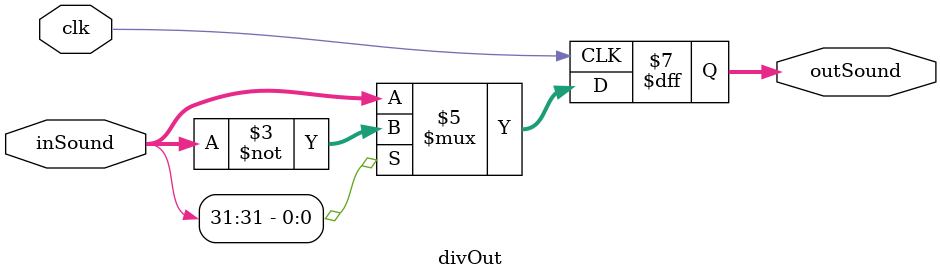
<source format=v>

module DE1_SoC_Audio_Example (
	// Inputs
	CLOCK_50,
	KEY,
	SW,

	AUD_ADCDAT,

	// Bidirectionals
	AUD_BCLK,
	AUD_ADCLRCK,
	AUD_DACLRCK,

	FPGA_I2C_SDAT,

	// Outputs
	AUD_XCK,
	AUD_DACDAT,

	FPGA_I2C_SCLK,
	HEX0,
	HEX1,
	HEX2,
	HEX3,
	HEX4,
	HEX5,
	HEX4_bin,
	HEX3_bin

);

/*****************************************************************************
 *                           Parameter Declarations                          *
 *****************************************************************************/


/*****************************************************************************
 *                             Port Declarations                             *
 *****************************************************************************/
// Inputs
input				CLOCK_50;
input		[3:0]	KEY;
input		[3:0]	SW;

input				AUD_ADCDAT;

// Bidirectionals
inout				AUD_BCLK;
inout				AUD_ADCLRCK;
inout				AUD_DACLRCK;

inout				FPGA_I2C_SDAT;

// Outputs
output				AUD_XCK;
output				AUD_DACDAT;

output				FPGA_I2C_SCLK;
output       [6:0]HEX0,HEX1,HEX2,HEX3,HEX4,HEX5;
output	[3:0]	HEX4_bin;
output	[3:0]	HEX3_bin;


/*****************************************************************************
 *                 Internal Wires and Registers Declarations                 *
 *****************************************************************************/
// Internal Wires
wire				audio_in_available;
wire		[31:0]	left_channel_audio_in;
wire		[31:0]	right_channel_audio_in;
wire				read_audio_in;

wire				audio_out_allowed;
wire		[31:0]	left_channel_audio_out;
wire		[31:0]	right_channel_audio_out;
wire				write_audio_out;



// Internal Registers

reg [18:0] delay_cnt;
wire [18:0] delay;

reg snd;

// State Machine Registers

/*****************************************************************************
 *                         Finite State Machine(s)                           *
 *****************************************************************************/


/*****************************************************************************
 *                             Sequential Logic                              *
 
 *****************************************************************************/

always @(posedge CLOCK_50)
	if(delay_cnt == delay) begin
		delay_cnt <= 0;
		snd <= !snd;
	end else delay_cnt <= delay_cnt + 1;

/*****************************************************************************
 *                            Combinational Logic                            *
 *****************************************************************************/

assign delay = {SW[3:0], 15'd3000};

wire [31:0] sound = (SW == 0) ? 0 : snd ? 32'd10000000 : -32'd10000000;


assign read_audio_in			= audio_in_available & audio_out_allowed;

assign left_channel_audio_out	= left_channel_audio_in+sound;
assign right_channel_audio_out	= right_channel_audio_in+sound;
assign write_audio_out			= audio_in_available & audio_out_allowed;
//HEX0-2 SHOW LEFT CHANNEL
//HEX3-5 SHOW RIGHT CHANNEL
wire      Enable;
wire      [23:0] RDiv;
wire      [31:0] divOut_left;
//wire      [31:0] divOut_right;

assign    Enable = (RDiv == 20'b00000000000000000000)?1:0;

RateDivider rd0(
			.Clock(CLOCK_50),
			.q(RDiv)
         );
//using added sound one 
divOut do0(.inSound(left_channel_audio_out),.clk(Enable), .outSound(divOut_left));
//divOut do1(.inSound(right_channel_audio_out),.clk(Enable), .outSound(divOut_right));

hex_decoder H0(
        .hex_digit(divOut_left[11:8]), 
        .segments(HEX0)
        );
		  
		  
hex_decoder H1(
        .hex_digit(divOut_left[15:12]), 
        .segments(HEX1)
        );
		 
hex_decoder H2(
        .hex_digit(divOut_left[19:16]), 
        .segments(HEX2)
        );

hex_decoder H3(
        .hex_digit(divOut_left[23:20]), 
        .segments(HEX3)
        );
assign HEX3_bin = divOut_left[23:20];		  
hex_decoder H4(
        .hex_digit(divOut_left[27:24]), 
        .segments(HEX4)
        );
assign HEX4_bin = divOut_left[27:24];

hex_decoder H5(
        .hex_digit(divOut_left[31:28]), 
        .segments(HEX5)
        );
/*****************************************************************************
 *                              Internal Modules                             *
 *****************************************************************************/

Audio_Controller Audio_Controller (
	// Inputs
	.CLOCK_50						(CLOCK_50),
	.reset						(~KEY[2]),

	.clear_audio_in_memory		(),
	.read_audio_in				(read_audio_in),
	
	.clear_audio_out_memory		(),
	.left_channel_audio_out		(left_channel_audio_out),
	.right_channel_audio_out	(right_channel_audio_out),
	.write_audio_out			(write_audio_out),

	.AUD_ADCDAT					(AUD_ADCDAT),

	// Bidirectionals
	.AUD_BCLK					(AUD_BCLK),
	.AUD_ADCLRCK				(AUD_ADCLRCK),
	.AUD_DACLRCK				(AUD_DACLRCK),


	// Outputs
	.audio_in_available			(audio_in_available),
	.left_channel_audio_in		(left_channel_audio_in),
	.right_channel_audio_in		(right_channel_audio_in),

	.audio_out_allowed			(audio_out_allowed),

	.AUD_XCK					(AUD_XCK),
	.AUD_DACDAT					(AUD_DACDAT)

);

avconf #(.USE_MIC_INPUT(1)) avc (
	.FPGA_I2C_SCLK					(FPGA_I2C_SCLK),
	.FPGA_I2C_SDAT					(FPGA_I2C_SDAT),
	.CLOCK_50					(CLOCK_50),
	.reset						(~KEY[0])
);

endmodule

module hex_decoder(hex_digit, segments);
    input [3:0] hex_digit;
    output reg [6:0] segments;
   
    always @(*)
        case (hex_digit)
            4'h0: segments = 7'b100_0000;
            4'h1: segments = 7'b111_1001;
            4'h2: segments = 7'b010_0100;
            4'h3: segments = 7'b011_0000;
            4'h4: segments = 7'b001_1001;
            4'h5: segments = 7'b001_0010;
            4'h6: segments = 7'b000_0010;
            4'h7: segments = 7'b111_1000;
            4'h8: segments = 7'b000_0000;
            4'h9: segments = 7'b001_1000;
            4'hA: segments = 7'b000_1000;
            4'hB: segments = 7'b000_0011;
            4'hC: segments = 7'b100_0110;
            4'hD: segments = 7'b010_0001;
            4'hE: segments = 7'b000_0110;
            4'hF: segments = 7'b000_1110;   
            default: segments = 7'h7f;
        endcase
endmodule

module RateDivider (Clock,q);
	input Clock;
	output reg[23:0] q;
	always @ (posedge Clock)
	begin
		if(q == 24'b000000000000000000000000)//when it is the min value
				q <= 24'b111111111111111111111111;
		else
				q <= q-1; 
	end
endmodule

module divOut(inSound, clk, outSound);
		input [31:0] inSound;
		input clk;
		output reg[31:0] outSound;
		
		always @(posedge clk)
			
			if(inSound[31] == 1'b1)begin 
				outSound <= ~inSound;
			end 
			else begin 
				outSound <= inSound;
			end
endmodule 







	
	
	
	
	
	
	
	
	
	
	
	
	
	

</source>
